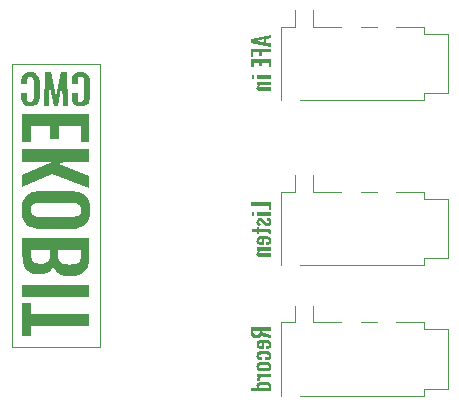
<source format=gbo>
%TF.GenerationSoftware,KiCad,Pcbnew,8.0.2*%
%TF.CreationDate,2025-06-15T12:49:30+05:30*%
%TF.ProjectId,final schematics,66696e61-6c20-4736-9368-656d61746963,1.0*%
%TF.SameCoordinates,Original*%
%TF.FileFunction,Legend,Bot*%
%TF.FilePolarity,Positive*%
%FSLAX46Y46*%
G04 Gerber Fmt 4.6, Leading zero omitted, Abs format (unit mm)*
G04 Created by KiCad (PCBNEW 8.0.2) date 2025-06-15 12:49:30*
%MOMM*%
%LPD*%
G01*
G04 APERTURE LIST*
%ADD10C,0.100000*%
%ADD11C,0.150000*%
%ADD12C,0.120000*%
G04 APERTURE END LIST*
D10*
X124649999Y-85041413D02*
X132149999Y-85041413D01*
X132149999Y-109041413D01*
X124649999Y-109041413D01*
X124649999Y-85041413D01*
D11*
G36*
X130505983Y-88654881D02*
G01*
X130635796Y-88649037D01*
X130768413Y-88628047D01*
X130897535Y-88586187D01*
X130994468Y-88532759D01*
X131094384Y-88447346D01*
X131173548Y-88344521D01*
X131231961Y-88224283D01*
X131241154Y-88198147D01*
X131274803Y-88073844D01*
X131297439Y-87939302D01*
X131308316Y-87811112D01*
X131310763Y-87709661D01*
X131310763Y-86698496D01*
X131307432Y-86575047D01*
X131295468Y-86443051D01*
X131274803Y-86320749D01*
X131241154Y-86194745D01*
X131193251Y-86082308D01*
X131120312Y-85975618D01*
X131026622Y-85888130D01*
X130994468Y-85865627D01*
X130884237Y-85809546D01*
X130752754Y-85771818D01*
X130618039Y-85753691D01*
X130505983Y-85749612D01*
X130383357Y-85754404D01*
X130258240Y-85771615D01*
X130136642Y-85805941D01*
X130045585Y-85849752D01*
X129942729Y-85928351D01*
X129862529Y-86027298D01*
X129809280Y-86134905D01*
X129772250Y-86256705D01*
X129748935Y-86390072D01*
X129739677Y-86519994D01*
X129739060Y-86565383D01*
X129739060Y-86803520D01*
X130236094Y-86803520D01*
X130236094Y-86558667D01*
X130240152Y-86431477D01*
X130248917Y-86341901D01*
X130288237Y-86221718D01*
X130315473Y-86186196D01*
X130426876Y-86133853D01*
X130502319Y-86128188D01*
X130623416Y-86145421D01*
X130696492Y-86189249D01*
X130761871Y-86298789D01*
X130775260Y-86353503D01*
X130789579Y-86477902D01*
X130792968Y-86586144D01*
X130792968Y-87818349D01*
X130788293Y-87942703D01*
X130770046Y-88066050D01*
X130768544Y-88072362D01*
X130715912Y-88186125D01*
X130679395Y-88222571D01*
X130561503Y-88269242D01*
X130502319Y-88273251D01*
X130380453Y-88253931D01*
X130318526Y-88212191D01*
X130261226Y-88103597D01*
X130250138Y-88049769D01*
X130238782Y-87927516D01*
X130236094Y-87822013D01*
X130236094Y-87566168D01*
X129739060Y-87566168D01*
X129739060Y-87793925D01*
X129743220Y-87916390D01*
X129757844Y-88045495D01*
X129782998Y-88165424D01*
X129805616Y-88240279D01*
X129856993Y-88353467D01*
X129936098Y-88459104D01*
X130038868Y-88544971D01*
X130155850Y-88602931D01*
X130283667Y-88636741D01*
X130415206Y-88652197D01*
X130505983Y-88654881D01*
G37*
G36*
X129387961Y-88616413D02*
G01*
X129339113Y-85781364D01*
X128803610Y-85781364D01*
X128400609Y-87745076D01*
X127981122Y-85781364D01*
X127462717Y-85781364D01*
X127410205Y-88616413D01*
X127795498Y-88616413D01*
X127837630Y-86645983D01*
X128240020Y-88616413D01*
X128551429Y-88616413D01*
X128961147Y-86638656D01*
X128999615Y-88616413D01*
X129387961Y-88616413D01*
G37*
G36*
X126229290Y-88654881D02*
G01*
X126359104Y-88649037D01*
X126491720Y-88628047D01*
X126620842Y-88586187D01*
X126717776Y-88532759D01*
X126817692Y-88447346D01*
X126896856Y-88344521D01*
X126955269Y-88224283D01*
X126964461Y-88198147D01*
X126998110Y-88073844D01*
X127020747Y-87939302D01*
X127031623Y-87811112D01*
X127034071Y-87709661D01*
X127034071Y-86698496D01*
X127030740Y-86575047D01*
X127018776Y-86443051D01*
X126998110Y-86320749D01*
X126964461Y-86194745D01*
X126916559Y-86082308D01*
X126843620Y-85975618D01*
X126749930Y-85888130D01*
X126717776Y-85865627D01*
X126607545Y-85809546D01*
X126476062Y-85771818D01*
X126341346Y-85753691D01*
X126229290Y-85749612D01*
X126106665Y-85754404D01*
X125981547Y-85771615D01*
X125859949Y-85805941D01*
X125768893Y-85849752D01*
X125666037Y-85928351D01*
X125585837Y-86027298D01*
X125532588Y-86134905D01*
X125495558Y-86256705D01*
X125472243Y-86390072D01*
X125462985Y-86519994D01*
X125462368Y-86565383D01*
X125462368Y-86803520D01*
X125959402Y-86803520D01*
X125959402Y-86558667D01*
X125963459Y-86431477D01*
X125972225Y-86341901D01*
X126011545Y-86221718D01*
X126038781Y-86186196D01*
X126150183Y-86133853D01*
X126225627Y-86128188D01*
X126346724Y-86145421D01*
X126419800Y-86189249D01*
X126485178Y-86298789D01*
X126498568Y-86353503D01*
X126512886Y-86477902D01*
X126516276Y-86586144D01*
X126516276Y-87818349D01*
X126511601Y-87942703D01*
X126493354Y-88066050D01*
X126491852Y-88072362D01*
X126439220Y-88186125D01*
X126402703Y-88222571D01*
X126284810Y-88269242D01*
X126225627Y-88273251D01*
X126103761Y-88253931D01*
X126041834Y-88212191D01*
X125984534Y-88103597D01*
X125973446Y-88049769D01*
X125962090Y-87927516D01*
X125959402Y-87822013D01*
X125959402Y-87566168D01*
X125462368Y-87566168D01*
X125462368Y-87793925D01*
X125466528Y-87916390D01*
X125481152Y-88045495D01*
X125506305Y-88165424D01*
X125528924Y-88240279D01*
X125580301Y-88353467D01*
X125659406Y-88459104D01*
X125762176Y-88544971D01*
X125879157Y-88602931D01*
X126006975Y-88636741D01*
X126138513Y-88652197D01*
X126229290Y-88654881D01*
G37*
G36*
X131241606Y-89312818D02*
G01*
X125571508Y-89312818D01*
X125571508Y-91692965D01*
X126299351Y-91692965D01*
X126299351Y-90348408D01*
X127930894Y-90348408D01*
X127930894Y-91405980D01*
X128651410Y-91405980D01*
X128651410Y-90348408D01*
X130527195Y-90348408D01*
X130527195Y-91706398D01*
X131241606Y-91706398D01*
X131241606Y-89312818D01*
G37*
G36*
X131241606Y-92307236D02*
G01*
X125571508Y-92307236D01*
X125571508Y-93342825D01*
X128064006Y-93342825D01*
X125571508Y-94462679D01*
X125571508Y-95449420D01*
X128105527Y-94364982D01*
X131241606Y-95561772D01*
X131241606Y-94532288D01*
X128658737Y-93580962D01*
X129092268Y-93342825D01*
X131241606Y-93342825D01*
X131241606Y-92307236D01*
G37*
G36*
X129699939Y-95806050D02*
G01*
X129960478Y-95832497D01*
X130201782Y-95878178D01*
X130450259Y-95952560D01*
X130502008Y-95972586D01*
X130737855Y-96096473D01*
X130935539Y-96259953D01*
X131095060Y-96463028D01*
X131192833Y-96657201D01*
X131269437Y-96912139D01*
X131307848Y-97171189D01*
X131318542Y-97422902D01*
X131310556Y-97644481D01*
X131275065Y-97911202D01*
X131201198Y-98172032D01*
X131091396Y-98391325D01*
X131062116Y-98434826D01*
X130893674Y-98629290D01*
X130688500Y-98785353D01*
X130446595Y-98903014D01*
X130257217Y-98964398D01*
X129992609Y-99021166D01*
X129737451Y-99050704D01*
X129463518Y-99060551D01*
X127336162Y-99060551D01*
X127126719Y-99055012D01*
X126865494Y-99030397D01*
X126596248Y-98979167D01*
X126353085Y-98903014D01*
X126302548Y-98882554D01*
X126072473Y-98757212D01*
X125880084Y-98593469D01*
X125725381Y-98391325D01*
X125630279Y-98198450D01*
X125555768Y-97942234D01*
X125518406Y-97679616D01*
X125508005Y-97422902D01*
X126265157Y-97422902D01*
X126275772Y-97571356D01*
X126373846Y-97803921D01*
X126440768Y-97866239D01*
X126670601Y-97967564D01*
X126845578Y-97996782D01*
X127098026Y-98010306D01*
X129708982Y-98010306D01*
X129890871Y-98003252D01*
X130136407Y-97967564D01*
X130239747Y-97937832D01*
X130444153Y-97803921D01*
X130520121Y-97670885D01*
X130555283Y-97422902D01*
X130544431Y-97277311D01*
X130444153Y-97044326D01*
X130365823Y-96974178D01*
X130136407Y-96879462D01*
X129957823Y-96853583D01*
X129708982Y-96841604D01*
X127098026Y-96841604D01*
X126912601Y-96848457D01*
X126670601Y-96883126D01*
X126581070Y-96909687D01*
X126373846Y-97051653D01*
X126303474Y-97173605D01*
X126265157Y-97422902D01*
X125508005Y-97422902D01*
X125515647Y-97205717D01*
X125549612Y-96942851D01*
X125620302Y-96683619D01*
X125725381Y-96463028D01*
X125753307Y-96419245D01*
X125915547Y-96224090D01*
X126115473Y-96068528D01*
X126353085Y-95952560D01*
X126539958Y-95892604D01*
X126803408Y-95837156D01*
X127059481Y-95808304D01*
X127336162Y-95798687D01*
X129456190Y-95798687D01*
X129699939Y-95806050D01*
G37*
G36*
X131241606Y-101450467D02*
G01*
X131233298Y-101666979D01*
X131200580Y-101909567D01*
X131136581Y-102146559D01*
X131108741Y-102219507D01*
X130986357Y-102450484D01*
X130825171Y-102643593D01*
X130758112Y-102703765D01*
X130543064Y-102846552D01*
X130307377Y-102945233D01*
X130082027Y-103002941D01*
X129834166Y-103036695D01*
X129589303Y-103046594D01*
X129393985Y-103039801D01*
X129149600Y-103008277D01*
X128896874Y-102937906D01*
X128826826Y-102908978D01*
X128608405Y-102780083D01*
X128431592Y-102608178D01*
X128378533Y-102536652D01*
X128262327Y-102306243D01*
X128197118Y-102052525D01*
X128129785Y-102288855D01*
X128004167Y-102508038D01*
X127835028Y-102668017D01*
X127615820Y-102784033D01*
X127536728Y-102811474D01*
X127289890Y-102863567D01*
X127027195Y-102879287D01*
X126823252Y-102871807D01*
X126572741Y-102837096D01*
X126321333Y-102759608D01*
X126269699Y-102736496D01*
X126055986Y-102604796D01*
X125876811Y-102420111D01*
X125827617Y-102349331D01*
X125714616Y-102128940D01*
X125642338Y-101894989D01*
X125608099Y-101718050D01*
X125579877Y-101463799D01*
X125571508Y-101212330D01*
X125571508Y-101058457D01*
X126292024Y-101058457D01*
X126292083Y-101078039D01*
X126305173Y-101329152D01*
X126351864Y-101576252D01*
X126405413Y-101704341D01*
X126576567Y-101881555D01*
X126789384Y-101960645D01*
X127041850Y-101982916D01*
X127274262Y-101970060D01*
X127518123Y-101915749D01*
X127626244Y-101864516D01*
X127797781Y-101681276D01*
X127868295Y-101463877D01*
X127887680Y-101212330D01*
X128602562Y-101212330D01*
X128625638Y-101474617D01*
X128707586Y-101705701D01*
X128810856Y-101839187D01*
X129026323Y-101971925D01*
X129081774Y-101990816D01*
X129325742Y-102039223D01*
X129583197Y-102052525D01*
X129805305Y-102041992D01*
X130060355Y-101993113D01*
X130286616Y-101883998D01*
X130406400Y-101749974D01*
X130491580Y-101511380D01*
X130513762Y-101247745D01*
X130513762Y-100855735D01*
X128602562Y-100855735D01*
X128602562Y-101212330D01*
X127887680Y-101212330D01*
X127888151Y-101206224D01*
X127888151Y-100855735D01*
X126292024Y-100855735D01*
X126292024Y-101058457D01*
X125571508Y-101058457D01*
X125571508Y-99820146D01*
X131241606Y-99820146D01*
X131241606Y-101450467D01*
G37*
G36*
X131241606Y-103746350D02*
G01*
X125571508Y-103746350D01*
X125571508Y-104767285D01*
X131241606Y-104767285D01*
X131241606Y-103746350D01*
G37*
G36*
X131241606Y-106209539D02*
G01*
X126334767Y-106209539D01*
X126334767Y-105307061D01*
X125571508Y-105307061D01*
X125571508Y-108134172D01*
X126334767Y-108134172D01*
X126334767Y-107245128D01*
X131241606Y-107245128D01*
X131241606Y-106209539D01*
G37*
G36*
X146622500Y-96744103D02*
G01*
X144921470Y-96744103D01*
X144921470Y-97054780D01*
X146408176Y-97054780D01*
X146408176Y-97466207D01*
X146622500Y-97466207D01*
X146622500Y-96744103D01*
G37*
G36*
X146622500Y-97617149D02*
G01*
X145408735Y-97617149D01*
X145408735Y-97902913D01*
X146622500Y-97902913D01*
X146622500Y-97617149D01*
G37*
G36*
X145215661Y-97617149D02*
G01*
X144978257Y-97617149D01*
X144978257Y-97902913D01*
X145215661Y-97902913D01*
X145215661Y-97617149D01*
G37*
G36*
X146641550Y-98458688D02*
G01*
X146636421Y-98385507D01*
X146618389Y-98311279D01*
X146583127Y-98238865D01*
X146559485Y-98206629D01*
X146500859Y-98150544D01*
X146435555Y-98109489D01*
X146367531Y-98080489D01*
X146320249Y-98065945D01*
X146238183Y-98278070D01*
X146310699Y-98301330D01*
X146379197Y-98337429D01*
X146389492Y-98345115D01*
X146433236Y-98404058D01*
X146441882Y-98454658D01*
X146421120Y-98525170D01*
X146416603Y-98530129D01*
X146347360Y-98555408D01*
X146274525Y-98536625D01*
X146256135Y-98524633D01*
X146200434Y-98473412D01*
X146154286Y-98420952D01*
X146030455Y-98274040D01*
X145977887Y-98218416D01*
X145920125Y-98167807D01*
X145888672Y-98144714D01*
X145818187Y-98110904D01*
X145740178Y-98096462D01*
X145706955Y-98095254D01*
X145631300Y-98102692D01*
X145560374Y-98127335D01*
X145537695Y-98140317D01*
X145478672Y-98190233D01*
X145436077Y-98250039D01*
X145428518Y-98264515D01*
X145401971Y-98336803D01*
X145390632Y-98409956D01*
X145389684Y-98439637D01*
X145396581Y-98519908D01*
X145417273Y-98590500D01*
X145456442Y-98657584D01*
X145476878Y-98681071D01*
X145536599Y-98731475D01*
X145606766Y-98769571D01*
X145678849Y-98793334D01*
X145704757Y-98799040D01*
X145784624Y-98605600D01*
X145713115Y-98584648D01*
X145691202Y-98575192D01*
X145629725Y-98533460D01*
X145620860Y-98523901D01*
X145593490Y-98453554D01*
X145593382Y-98448063D01*
X145619169Y-98379387D01*
X145620860Y-98377721D01*
X145690102Y-98351709D01*
X145758989Y-98378435D01*
X145763742Y-98382118D01*
X145817845Y-98433389D01*
X145849837Y-98469312D01*
X145983927Y-98618423D01*
X146036154Y-98673994D01*
X146074419Y-98710380D01*
X146132533Y-98755499D01*
X146182862Y-98784019D01*
X146255725Y-98808015D01*
X146320249Y-98813695D01*
X146394146Y-98807049D01*
X146468508Y-98782495D01*
X146496470Y-98766434D01*
X146552389Y-98718629D01*
X146595125Y-98657921D01*
X146604914Y-98638206D01*
X146629958Y-98563995D01*
X146640656Y-98489056D01*
X146641550Y-98458688D01*
G37*
G36*
X146637154Y-99321476D02*
G01*
X146632695Y-99247936D01*
X146615928Y-99175983D01*
X146599419Y-99139759D01*
X146549812Y-99080549D01*
X146490242Y-99046336D01*
X146417309Y-99026877D01*
X146338489Y-99019463D01*
X146320249Y-99019225D01*
X145597779Y-99019225D01*
X145597779Y-98897226D01*
X145408735Y-98897226D01*
X145408735Y-99019225D01*
X145045301Y-99019225D01*
X145045301Y-99306821D01*
X145408735Y-99306821D01*
X145408735Y-99491469D01*
X145597779Y-99491469D01*
X145597779Y-99306821D01*
X146294970Y-99306821D01*
X146368884Y-99322071D01*
X146384363Y-99333932D01*
X146409968Y-99402774D01*
X146410375Y-99415998D01*
X146408543Y-99461060D01*
X146404146Y-99504291D01*
X146622500Y-99504291D01*
X146630707Y-99429888D01*
X146631659Y-99421127D01*
X146636811Y-99347350D01*
X146637154Y-99321476D01*
G37*
G36*
X146215676Y-99638907D02*
G01*
X146290165Y-99643596D01*
X146365384Y-99656418D01*
X146438951Y-99679780D01*
X146485777Y-99703113D01*
X146544767Y-99748674D01*
X146590259Y-99806908D01*
X146619461Y-99872030D01*
X146636542Y-99949013D01*
X146641550Y-100029291D01*
X146638086Y-100096783D01*
X146622687Y-100176192D01*
X146590638Y-100251076D01*
X146542998Y-100310659D01*
X146488158Y-100351051D01*
X146413599Y-100382697D01*
X146335890Y-100398565D01*
X146259066Y-100402983D01*
X146177367Y-100402983D01*
X146177367Y-100136270D01*
X146278117Y-100136270D01*
X146290940Y-100136104D01*
X146365312Y-100125645D01*
X146417702Y-100092306D01*
X146435654Y-100031490D01*
X146418801Y-99970307D01*
X146364213Y-99933670D01*
X146341306Y-99928180D01*
X146267493Y-99922313D01*
X146028257Y-99922313D01*
X146028257Y-100405181D01*
X145856065Y-100405181D01*
X145837603Y-100405045D01*
X145758877Y-100401068D01*
X145679765Y-100390192D01*
X145602908Y-100370377D01*
X145559754Y-100353083D01*
X145496788Y-100313078D01*
X145444272Y-100254972D01*
X145440914Y-100249871D01*
X145408928Y-100178842D01*
X145394002Y-100105799D01*
X145389684Y-100029291D01*
X145389806Y-100027093D01*
X145595580Y-100027093D01*
X145613532Y-100092306D01*
X145670319Y-100125645D01*
X145696952Y-100131248D01*
X145772168Y-100136270D01*
X145887573Y-100136270D01*
X145887573Y-99922313D01*
X145803675Y-99922313D01*
X145751758Y-99923525D01*
X145677646Y-99932571D01*
X145614631Y-99966277D01*
X145595580Y-100027093D01*
X145389806Y-100027093D01*
X145393683Y-99957399D01*
X145409433Y-99879683D01*
X145440242Y-99807641D01*
X145468383Y-99767089D01*
X145522016Y-99716994D01*
X145589352Y-99679780D01*
X145601853Y-99674811D01*
X145677105Y-99653213D01*
X145755057Y-99641993D01*
X145832984Y-99638747D01*
X146198250Y-99638747D01*
X146215676Y-99638907D01*
G37*
G36*
X146622500Y-100598255D02*
G01*
X145408735Y-100598255D01*
X145408735Y-100884019D01*
X145530368Y-100884019D01*
X145479858Y-100942233D01*
X145438605Y-101003391D01*
X145428518Y-101021406D01*
X145400644Y-101091908D01*
X145389835Y-101167401D01*
X145389684Y-101177843D01*
X145401392Y-101252779D01*
X145426687Y-101297278D01*
X145485185Y-101345363D01*
X145524139Y-101362491D01*
X145595920Y-101379673D01*
X145656397Y-101383740D01*
X146622500Y-101383740D01*
X146622500Y-101097976D01*
X145713183Y-101097976D01*
X145639062Y-101085978D01*
X145629286Y-101081123D01*
X145599977Y-101016277D01*
X145616830Y-100951797D01*
X145655470Y-100888191D01*
X145658595Y-100884019D01*
X146622500Y-100884019D01*
X146622500Y-100598255D01*
G37*
G36*
X146622500Y-107645918D02*
G01*
X145843243Y-107645918D01*
X145843243Y-107788800D01*
X146622500Y-107994330D01*
X146622500Y-108305374D01*
X145784624Y-108067970D01*
X145782630Y-108072927D01*
X145746614Y-108139136D01*
X145695598Y-108192900D01*
X145691957Y-108195691D01*
X145627374Y-108233438D01*
X145556013Y-108257014D01*
X145519110Y-108264437D01*
X145445274Y-108273385D01*
X145370999Y-108276064D01*
X145319515Y-108274544D01*
X145244433Y-108265785D01*
X145170695Y-108246627D01*
X145102088Y-108213783D01*
X145041130Y-108164505D01*
X144993766Y-108101808D01*
X144962503Y-108033165D01*
X144946515Y-107978816D01*
X144931728Y-107901365D01*
X144924035Y-107825368D01*
X144921993Y-107759491D01*
X145133595Y-107759491D01*
X145135160Y-107798746D01*
X145151690Y-107876026D01*
X145197709Y-107939009D01*
X145244005Y-107963932D01*
X145315996Y-107981655D01*
X145389684Y-107986270D01*
X145462623Y-107981782D01*
X145538061Y-107962823D01*
X145573926Y-107943362D01*
X145621959Y-107886253D01*
X145642255Y-107819081D01*
X145647971Y-107742638D01*
X145647971Y-107645918D01*
X145133595Y-107645918D01*
X145133595Y-107759491D01*
X144921993Y-107759491D01*
X144921470Y-107742638D01*
X144921470Y-107335241D01*
X146622500Y-107335241D01*
X146622500Y-107645918D01*
G37*
G36*
X146215676Y-108439257D02*
G01*
X146290165Y-108443945D01*
X146365384Y-108456768D01*
X146438951Y-108480129D01*
X146485777Y-108503462D01*
X146544767Y-108549023D01*
X146590259Y-108607258D01*
X146619461Y-108672379D01*
X146636542Y-108749363D01*
X146641550Y-108829641D01*
X146638086Y-108897132D01*
X146622687Y-108976541D01*
X146590638Y-109051426D01*
X146542998Y-109111009D01*
X146488158Y-109151400D01*
X146413599Y-109183046D01*
X146335890Y-109198915D01*
X146259066Y-109203332D01*
X146177367Y-109203332D01*
X146177367Y-108936619D01*
X146278117Y-108936619D01*
X146290940Y-108936453D01*
X146365312Y-108925995D01*
X146417702Y-108892656D01*
X146435654Y-108831839D01*
X146418801Y-108770656D01*
X146364213Y-108734020D01*
X146341306Y-108728530D01*
X146267493Y-108722662D01*
X146028257Y-108722662D01*
X146028257Y-109205531D01*
X145856065Y-109205531D01*
X145837603Y-109205395D01*
X145758877Y-109201418D01*
X145679765Y-109190542D01*
X145602908Y-109170726D01*
X145559754Y-109153433D01*
X145496788Y-109113428D01*
X145444272Y-109055321D01*
X145440914Y-109050221D01*
X145408928Y-108979192D01*
X145394002Y-108906148D01*
X145389684Y-108829641D01*
X145389806Y-108827443D01*
X145595580Y-108827443D01*
X145613532Y-108892656D01*
X145670319Y-108925995D01*
X145696952Y-108931597D01*
X145772168Y-108936619D01*
X145887573Y-108936619D01*
X145887573Y-108722662D01*
X145803675Y-108722662D01*
X145751758Y-108723875D01*
X145677646Y-108732921D01*
X145614631Y-108766626D01*
X145595580Y-108827443D01*
X145389806Y-108827443D01*
X145393683Y-108757748D01*
X145409433Y-108680033D01*
X145440242Y-108607990D01*
X145468383Y-108567439D01*
X145522016Y-108517344D01*
X145589352Y-108480129D01*
X145601853Y-108475161D01*
X145677105Y-108453562D01*
X145755057Y-108442342D01*
X145832984Y-108439097D01*
X146198250Y-108439097D01*
X146215676Y-108439257D01*
G37*
G36*
X146641550Y-109763870D02*
G01*
X146637319Y-109689140D01*
X146622693Y-109616440D01*
X146591352Y-109543556D01*
X146588061Y-109538189D01*
X146541230Y-109480933D01*
X146481518Y-109436661D01*
X146434555Y-109414358D01*
X146361672Y-109392248D01*
X146287827Y-109380112D01*
X146206754Y-109375562D01*
X146198250Y-109375524D01*
X145832984Y-109375524D01*
X145757183Y-109378595D01*
X145680776Y-109389214D01*
X145606232Y-109409656D01*
X145593749Y-109414358D01*
X145526103Y-109450130D01*
X145471543Y-109499194D01*
X145442440Y-109539288D01*
X145410292Y-109611228D01*
X145393857Y-109690116D01*
X145389684Y-109763870D01*
X145393691Y-109840735D01*
X145407355Y-109914542D01*
X145430717Y-109977094D01*
X145474685Y-110041167D01*
X145534781Y-110087850D01*
X145554914Y-110097994D01*
X145629322Y-110122426D01*
X145703429Y-110133371D01*
X145763742Y-110135729D01*
X145864492Y-110135729D01*
X145864492Y-109866818D01*
X145757147Y-109866818D01*
X145682970Y-109862316D01*
X145657496Y-109857293D01*
X145605106Y-109825053D01*
X145589352Y-109763870D01*
X145609502Y-109703053D01*
X145673616Y-109670447D01*
X145749997Y-109662182D01*
X145795249Y-109661288D01*
X146240382Y-109661288D01*
X146317816Y-109664791D01*
X146390651Y-109681748D01*
X146399017Y-109686201D01*
X146438691Y-109749725D01*
X146439684Y-109766068D01*
X146420999Y-109830182D01*
X146365312Y-109859491D01*
X146292012Y-109866639D01*
X146275919Y-109866818D01*
X146145860Y-109866818D01*
X146145860Y-110135729D01*
X146261264Y-110135729D01*
X146340896Y-110131141D01*
X146418090Y-110115667D01*
X146469359Y-110096895D01*
X146532238Y-110058026D01*
X146584130Y-109999802D01*
X146598686Y-109974896D01*
X146624806Y-109906408D01*
X146638160Y-109832404D01*
X146641550Y-109763870D01*
G37*
G36*
X146299267Y-110298551D02*
G01*
X146378408Y-110312825D01*
X146448110Y-110337230D01*
X146481972Y-110354948D01*
X146544469Y-110403678D01*
X146592091Y-110466556D01*
X146620250Y-110531202D01*
X146636720Y-110606757D01*
X146641550Y-110684910D01*
X146637638Y-110755740D01*
X146622230Y-110832629D01*
X146592091Y-110904362D01*
X146568297Y-110940388D01*
X146512665Y-110996039D01*
X146448110Y-111034421D01*
X146442163Y-111037081D01*
X146371603Y-111060765D01*
X146299267Y-111073430D01*
X146219132Y-111077652D01*
X145811735Y-111077652D01*
X145731794Y-111073430D01*
X145652783Y-111059034D01*
X145583124Y-111034421D01*
X145543927Y-111013547D01*
X145482574Y-110963524D01*
X145439143Y-110904362D01*
X145410984Y-110839091D01*
X145394514Y-110763170D01*
X145389820Y-110687108D01*
X145587154Y-110687108D01*
X145587182Y-110690106D01*
X145615730Y-110758549D01*
X145621178Y-110762728D01*
X145690102Y-110787858D01*
X145716909Y-110790869D01*
X145793051Y-110794086D01*
X146238183Y-110794086D01*
X146265981Y-110793697D01*
X146342231Y-110787858D01*
X146348061Y-110787014D01*
X146416969Y-110758549D01*
X146418637Y-110757081D01*
X146444080Y-110687108D01*
X146444054Y-110684110D01*
X146416969Y-110615667D01*
X146411643Y-110611477D01*
X146342231Y-110585258D01*
X146311762Y-110581394D01*
X146238183Y-110577931D01*
X145793051Y-110577931D01*
X145765322Y-110578389D01*
X145690102Y-110585258D01*
X145684402Y-110586236D01*
X145615730Y-110615667D01*
X145613972Y-110617134D01*
X145587154Y-110687108D01*
X145389820Y-110687108D01*
X145389684Y-110684910D01*
X145393596Y-110614166D01*
X145409004Y-110537620D01*
X145439143Y-110466556D01*
X145462938Y-110430941D01*
X145518570Y-110375681D01*
X145583124Y-110337230D01*
X145589070Y-110334593D01*
X145659580Y-110311109D01*
X145731794Y-110298551D01*
X145811735Y-110294365D01*
X146219132Y-110294365D01*
X146299267Y-110298551D01*
G37*
G36*
X146622500Y-111279152D02*
G01*
X145408735Y-111279152D01*
X145408735Y-111564917D01*
X145595580Y-111564917D01*
X145529089Y-111608239D01*
X145472649Y-111655500D01*
X145441341Y-111690946D01*
X145405895Y-111757075D01*
X145394080Y-111829432D01*
X145395179Y-111851413D01*
X145398110Y-111873395D01*
X145694132Y-111873395D01*
X145676547Y-111817708D01*
X145669220Y-111755792D01*
X145682207Y-111682890D01*
X145696697Y-111652844D01*
X145744611Y-111596859D01*
X145786823Y-111564917D01*
X146622500Y-111564917D01*
X146622500Y-111279152D01*
G37*
G36*
X146236738Y-111989457D02*
G01*
X146314525Y-111993815D01*
X146394271Y-112005508D01*
X146470898Y-112027587D01*
X146538602Y-112063538D01*
X146557000Y-112078167D01*
X146605257Y-112135812D01*
X146633407Y-112207124D01*
X146641550Y-112282990D01*
X146637583Y-112327727D01*
X146613340Y-112398395D01*
X146584549Y-112445148D01*
X146536404Y-112501344D01*
X146622500Y-112501344D01*
X146622500Y-112787108D01*
X144921470Y-112787108D01*
X144921470Y-112501344D01*
X145484206Y-112501344D01*
X145455045Y-112465383D01*
X145416062Y-112399494D01*
X145411111Y-112385939D01*
X145584956Y-112385939D01*
X145596680Y-112446755D01*
X145624890Y-112501344D01*
X146404146Y-112501344D01*
X146433456Y-112440527D01*
X146444080Y-112388137D01*
X146415870Y-112317795D01*
X146408417Y-112311996D01*
X146338934Y-112285189D01*
X146304214Y-112280391D01*
X146229757Y-112276762D01*
X145776198Y-112276762D01*
X145715296Y-112280753D01*
X145640643Y-112300942D01*
X145613724Y-112317442D01*
X145584956Y-112385939D01*
X145411111Y-112385939D01*
X145398983Y-112352737D01*
X145389684Y-112278960D01*
X145391151Y-112246498D01*
X145408695Y-112172224D01*
X145449767Y-112108601D01*
X145477857Y-112082823D01*
X145540443Y-112043600D01*
X145610235Y-112017376D01*
X145682488Y-112001315D01*
X145760715Y-111991921D01*
X145837015Y-111989166D01*
X146208874Y-111989166D01*
X146236738Y-111989457D01*
G37*
G36*
X146622500Y-82890841D02*
G01*
X146229757Y-82960451D01*
X146229757Y-83256473D01*
X146622500Y-83323518D01*
X146622500Y-83611114D01*
X144921470Y-83271127D01*
X144921470Y-83107363D01*
X145318243Y-83107363D01*
X146032287Y-83222767D01*
X146032287Y-82991958D01*
X145318243Y-83107363D01*
X144921470Y-83107363D01*
X144921470Y-82939201D01*
X146622500Y-82599215D01*
X146622500Y-82890841D01*
G37*
G36*
X146622500Y-83781473D02*
G01*
X144921470Y-83781473D01*
X144921470Y-84480496D01*
X145135793Y-84480496D01*
X145135793Y-84092150D01*
X145631118Y-84092150D01*
X145631118Y-84409421D01*
X145847639Y-84409421D01*
X145847639Y-84092150D01*
X146622500Y-84092150D01*
X146622500Y-83781473D01*
G37*
G36*
X146622500Y-84647558D02*
G01*
X144921470Y-84647558D01*
X144921470Y-85361602D01*
X145139823Y-85361602D01*
X145139823Y-84958235D01*
X145629286Y-84958235D01*
X145629286Y-85275506D01*
X145845441Y-85275506D01*
X145845441Y-84958235D01*
X146408176Y-84958235D01*
X146408176Y-85365632D01*
X146622500Y-85365632D01*
X146622500Y-84647558D01*
G37*
G36*
X146622500Y-86045238D02*
G01*
X145408735Y-86045238D01*
X145408735Y-86331002D01*
X146622500Y-86331002D01*
X146622500Y-86045238D01*
G37*
G36*
X145215661Y-86045238D02*
G01*
X144978257Y-86045238D01*
X144978257Y-86331002D01*
X145215661Y-86331002D01*
X145215661Y-86045238D01*
G37*
G36*
X146622500Y-86557049D02*
G01*
X145408735Y-86557049D01*
X145408735Y-86842813D01*
X145530368Y-86842813D01*
X145479858Y-86901026D01*
X145438605Y-86962185D01*
X145428518Y-86980199D01*
X145400644Y-87050701D01*
X145389835Y-87126194D01*
X145389684Y-87136637D01*
X145401392Y-87211573D01*
X145426687Y-87256072D01*
X145485185Y-87304157D01*
X145524139Y-87321284D01*
X145595920Y-87338466D01*
X145656397Y-87342534D01*
X146622500Y-87342534D01*
X146622500Y-87056769D01*
X145713183Y-87056769D01*
X145639062Y-87044772D01*
X145629286Y-87039917D01*
X145599977Y-86975070D01*
X145616830Y-86910590D01*
X145655470Y-86846984D01*
X145658595Y-86842813D01*
X146622500Y-86842813D01*
X146622500Y-86557049D01*
G37*
D12*
%TO.C,Listen*%
X147500000Y-95900000D02*
X147500000Y-102100000D01*
X147500000Y-95900000D02*
X148625000Y-95900000D01*
X148625000Y-94500000D02*
X148625000Y-95900000D01*
X150175000Y-94500000D02*
X150175000Y-95900000D01*
X150175000Y-95900000D02*
X152575000Y-95900000D01*
X154225000Y-95900000D02*
X155575000Y-95900000D01*
X157225000Y-95900000D02*
X159600000Y-95900000D01*
X159600000Y-96500000D02*
X159600000Y-95900000D01*
X159600000Y-102100000D02*
X149075000Y-102100000D01*
X159600000Y-102100000D02*
X159600000Y-101500000D01*
X161600000Y-96500000D02*
X159600000Y-96500000D01*
X161600000Y-101500000D02*
X159600000Y-101500000D01*
X161600000Y-101500000D02*
X161600000Y-96500000D01*
%TO.C,Record*%
X147500000Y-106950000D02*
X147500000Y-113150000D01*
X147500000Y-106950000D02*
X148625000Y-106950000D01*
X148625000Y-105550000D02*
X148625000Y-106950000D01*
X150175000Y-105550000D02*
X150175000Y-106950000D01*
X150175000Y-106950000D02*
X152575000Y-106950000D01*
X154225000Y-106950000D02*
X155575000Y-106950000D01*
X157225000Y-106950000D02*
X159600000Y-106950000D01*
X159600000Y-107550000D02*
X159600000Y-106950000D01*
X159600000Y-113150000D02*
X149075000Y-113150000D01*
X159600000Y-113150000D02*
X159600000Y-112550000D01*
X161600000Y-107550000D02*
X159600000Y-107550000D01*
X161600000Y-112550000D02*
X159600000Y-112550000D01*
X161600000Y-112550000D02*
X161600000Y-107550000D01*
%TO.C,AFE in*%
X147500000Y-81900000D02*
X147500000Y-88100000D01*
X147500000Y-81900000D02*
X148625000Y-81900000D01*
X148625000Y-80500000D02*
X148625000Y-81900000D01*
X150175000Y-80500000D02*
X150175000Y-81900000D01*
X150175000Y-81900000D02*
X152575000Y-81900000D01*
X154225000Y-81900000D02*
X155575000Y-81900000D01*
X157225000Y-81900000D02*
X159600000Y-81900000D01*
X159600000Y-82500000D02*
X159600000Y-81900000D01*
X159600000Y-88100000D02*
X149075000Y-88100000D01*
X159600000Y-88100000D02*
X159600000Y-87500000D01*
X161600000Y-82500000D02*
X159600000Y-82500000D01*
X161600000Y-87500000D02*
X159600000Y-87500000D01*
X161600000Y-87500000D02*
X161600000Y-82500000D01*
%TD*%
M02*

</source>
